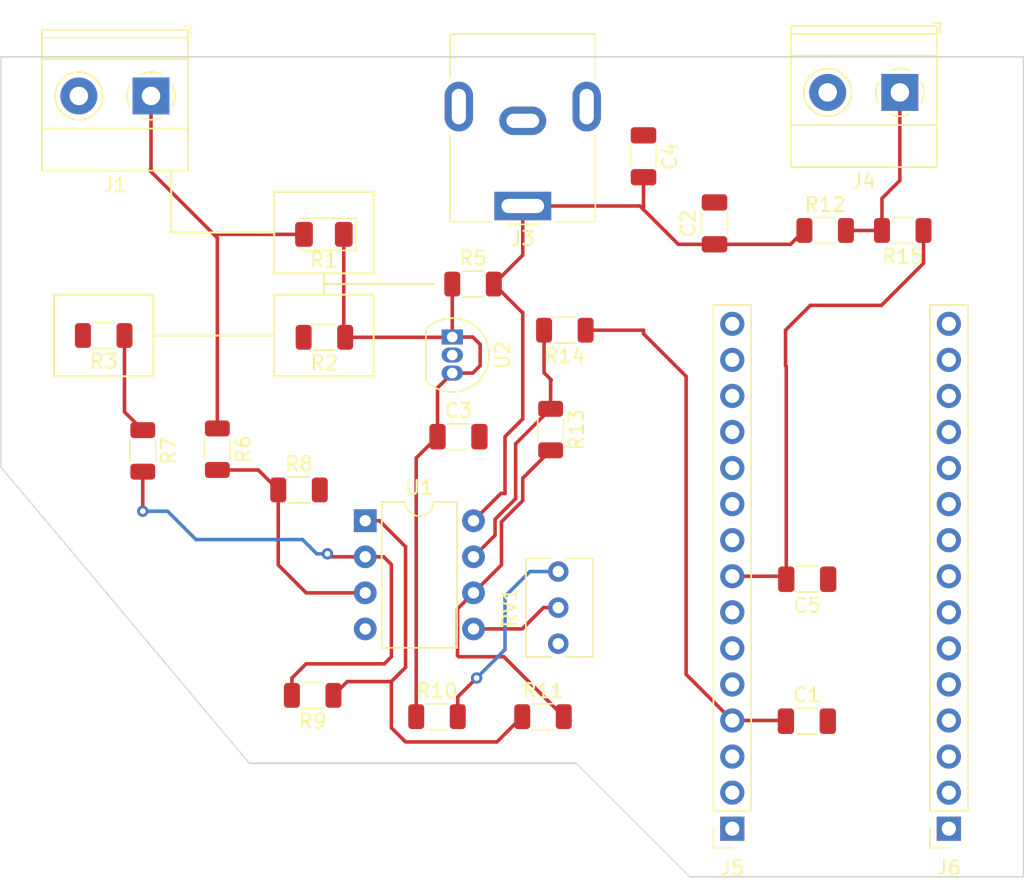
<source format=kicad_pcb>
(kicad_pcb (version 20221018) (generator pcbnew)
  (layers (0 "F.Cu" signal) (31 "B.Cu" signal) (34 "B.Paste" user) (35 "F.Paste" user) (36 "B.SilkS" user "B.Silkscreen") (37 "F.SilkS" user "F.Silkscreen") (38 "B.Mask" user) (39 "F.Mask" user) (44 "Edge.Cuts" user))
  (net 0 "")
  (net 1 "Offset Amp Out")
  (net 2 "GND")
  (net 3 "+5V")
  (net 4 "+2V5")
  (net 5 "Temperature Reading")
  (net 6 "Wheatstone_A")
  (net 7 "Net-(J4-Pin_1)")
  (net 35 "Wheatstone_B")
  (net 36 "Net-(U1A-+)")
  (net 37 "Net-(U1A--)")
  (net 38 "FG Amp Out")
  (net 39 "Net-(R10-Pad2)")
  (net 40 "Net-(U1B--)")
  (net 41 "Net-(R13-Pad1)")
  (net 42 "Net-(U1B-+)")
  (footprint "Resistor_SMD:R_1206_3216Metric" (layer "F.Cu") (at 134.2875 54.25 180)
    (fp_text reference "R2" (at 0 -1.82) (layer "F.SilkS"))
    (fp_text value "348")
    (fp_line (start -0.727064 -0.91) (end 0.727064 -0.91) (stroke (width 0.12)) (layer "F.SilkS"))
    (fp_line (start -0.727064 0.91) (end 0.727064 0.91) (stroke (width 0.12)) (layer "F.SilkS"))
    (pad "1" smd roundrect (at -1.4625 0 180) (size 1.125 1.75) (layers "F.Cu" "F.Paste" "F.Mask") (roundrect_rratio 0.222222) (net 4 "+2V5"))
    (pad "2" smd roundrect (at 1.4625 0 180) (size 1.125 1.75) (layers "F.Cu" "F.Paste" "F.Mask") (roundrect_rratio 0.222222) (net 35 "Wheatstone_B"))
  )
  (footprint "Resistor_SMD:R_1206_3216Metric" (layer "F.Cu") (at 144.75 50.5)
    (fp_text reference "R5" (at 0 -1.82) (layer "F.SilkS"))
    (fp_text value "110")
    (fp_line (start -0.727064 -0.91) (end 0.727064 -0.91) (stroke (width 0.12)) (layer "F.SilkS"))
    (fp_line (start -0.727064 0.91) (end 0.727064 0.91) (stroke (width 0.12)) (layer "F.SilkS"))
    (pad "1" smd roundrect (at -1.4625 0) (size 1.125 1.75) (layers "F.Cu" "F.Paste" "F.Mask") (roundrect_rratio 0.222222) (net 4 "+2V5"))
    (pad "2" smd roundrect (at 1.4625 0) (size 1.125 1.75) (layers "F.Cu" "F.Paste" "F.Mask") (roundrect_rratio 0.222222) (net 3 "+5V"))
  )
  (footprint "Capacitor_SMD:C_1206_3216Metric" (layer "F.Cu") (at 143.725 61.25)
    (fp_text reference "C3" (at 0 -1.85) (layer "F.SilkS"))
    (fp_text value "1uF")
    (fp_line (start -0.711252 -0.91) (end 0.711252 -0.91) (stroke (width 0.12)) (layer "F.SilkS"))
    (fp_line (start -0.711252 0.91) (end 0.711252 0.91) (stroke (width 0.12)) (layer "F.SilkS"))
    (pad "1" smd roundrect (at -1.475 0) (size 1.15 1.8) (layers "F.Cu" "F.Paste" "F.Mask") (roundrect_rratio 0.217391) (net 4 "+2V5"))
    (pad "2" smd roundrect (at 1.475 0) (size 1.15 1.8) (layers "F.Cu" "F.Paste" "F.Mask") (roundrect_rratio 0.217391) (net 2 "GND"))
  )
  (footprint "Capacitor_SMD:C_1206_3216Metric" (layer "F.Cu") (at 168.25 81.29)
    (fp_text reference "C1" (at 0 -1.85) (layer "F.SilkS"))
    (fp_text value "1uF")
    (fp_line (start -0.711252 -0.91) (end 0.711252 -0.91) (stroke (width 0.12)) (layer "F.SilkS"))
    (fp_line (start -0.711252 0.91) (end 0.711252 0.91) (stroke (width 0.12)) (layer "F.SilkS"))
    (pad "1" smd roundrect (at -1.475 0) (size 1.15 1.8) (layers "F.Cu" "F.Paste" "F.Mask") (roundrect_rratio 0.217391) (net 1 "Offset Amp Out"))
    (pad "2" smd roundrect (at 1.475 0) (size 1.15 1.8) (layers "F.Cu" "F.Paste" "F.Mask") (roundrect_rratio 0.217391) (net 2 "GND"))
  )
  (footprint "Resistor_SMD:R_1206_3216Metric" (layer "F.Cu") (at 151.2125 53.75 180)
    (fp_text reference "R14" (at 0 -1.82) (layer "F.SilkS"))
    (fp_text value "1.96k")
    (fp_line (start -0.727064 -0.91) (end 0.727064 -0.91) (stroke (width 0.12)) (layer "F.SilkS"))
    (fp_line (start -0.727064 0.91) (end 0.727064 0.91) (stroke (width 0.12)) (layer "F.SilkS"))
    (pad "1" smd roundrect (at -1.4625 0 180) (size 1.125 1.75) (layers "F.Cu" "F.Paste" "F.Mask") (roundrect_rratio 0.222222) (net 1 "Offset Amp Out"))
    (pad "2" smd roundrect (at 1.4625 0 180) (size 1.125 1.75) (layers "F.Cu" "F.Paste" "F.Mask") (roundrect_rratio 0.222222) (net 41 "Net-(R13-Pad1)"))
  )
  (footprint "Resistor_SMD:R_1206_3216Metric" (layer "F.Cu") (at 175 46.725 180)
    (fp_text reference "R15" (at 0 -1.82) (layer "F.SilkS"))
    (fp_text value "10k")
    (fp_line (start -0.727064 -0.91) (end 0.727064 -0.91) (stroke (width 0.12)) (layer "F.SilkS"))
    (fp_line (start -0.727064 0.91) (end 0.727064 0.91) (stroke (width 0.12)) (layer "F.SilkS"))
    (pad "1" smd roundrect (at -1.4625 0 180) (size 1.125 1.75) (layers "F.Cu" "F.Paste" "F.Mask") (roundrect_rratio 0.222222) (net 5 "Temperature Reading"))
    (pad "2" smd roundrect (at 1.4625 0 180) (size 1.125 1.75) (layers "F.Cu" "F.Paste" "F.Mask") (roundrect_rratio 0.222222) (net 7 "Net-(J4-Pin_1)"))
  )
  (footprint "Resistor_SMD:R_1206_3216Metric" (layer "F.Cu") (at 126.75 62.1325 -90)
    (fp_text reference "R6" (at 0 -1.82 90) (layer "F.SilkS"))
    (fp_text value "6.98k")
    (fp_line (start -0.727064 -0.91) (end 0.727064 -0.91) (stroke (width 0.12)) (layer "F.SilkS"))
    (fp_line (start -0.727064 0.91) (end 0.727064 0.91) (stroke (width 0.12)) (layer "F.SilkS"))
    (pad "1" smd roundrect (at -1.4625 0 270) (size 1.125 1.75) (layers "F.Cu" "F.Paste" "F.Mask") (roundrect_rratio 0.222222) (net 6 "Wheatstone_A"))
    (pad "2" smd roundrect (at 1.4625 0 270) (size 1.125 1.75) (layers "F.Cu" "F.Paste" "F.Mask") (roundrect_rratio 0.222222) (net 36 "Net-(U1A-+)"))
  )
  (footprint "Capacitor_SMD:C_1206_3216Metric" (layer "F.Cu") (at 161.75 46.225 90)
    (fp_text reference "C2" (at 0 -1.85 90) (layer "F.SilkS"))
    (fp_text value "100nF")
    (fp_line (start -0.711252 -0.91) (end 0.711252 -0.91) (stroke (width 0.12)) (layer "F.SilkS"))
    (fp_line (start -0.711252 0.91) (end 0.711252 0.91) (stroke (width 0.12)) (layer "F.SilkS"))
    (pad "1" smd roundrect (at -1.475 0 90) (size 1.15 1.8) (layers "F.Cu" "F.Paste" "F.Mask") (roundrect_rratio 0.217391) (net 3 "+5V"))
    (pad "2" smd roundrect (at 1.475 0 90) (size 1.15 1.8) (layers "F.Cu" "F.Paste" "F.Mask") (roundrect_rratio 0.217391) (net 2 "GND"))
  )
  (footprint "Capacitor_SMD:C_1206_3216Metric" (layer "F.Cu") (at 156.75 41.5 -90)
    (fp_text reference "C4" (at 0 -1.85 90) (layer "F.SilkS"))
    (fp_text value "220uF")
    (fp_line (start -0.711252 -0.91) (end 0.711252 -0.91) (stroke (width 0.12)) (layer "F.SilkS"))
    (fp_line (start -0.711252 0.91) (end 0.711252 0.91) (stroke (width 0.12)) (layer "F.SilkS"))
    (pad "1" smd roundrect (at -1.475 0 270) (size 1.15 1.8) (layers "F.Cu" "F.Paste" "F.Mask") (roundrect_rratio 0.217391) (net 2 "GND"))
    (pad "2" smd roundrect (at 1.475 0 270) (size 1.15 1.8) (layers "F.Cu" "F.Paste" "F.Mask") (roundrect_rratio 0.217391) (net 3 "+5V"))
  )
  (footprint "Resistor_SMD:R_1206_3216Metric" (layer "F.Cu") (at 121.5 62.25 -90)
    (fp_text reference "R7" (at 0 -1.82 90) (layer "F.SilkS"))
    (fp_text value "6.98k")
    (fp_line (start -0.727064 -0.91) (end 0.727064 -0.91) (stroke (width 0.12)) (layer "F.SilkS"))
    (fp_line (start -0.727064 0.91) (end 0.727064 0.91) (stroke (width 0.12)) (layer "F.SilkS"))
    (pad "1" smd roundrect (at -1.4625 0 270) (size 1.125 1.75) (layers "F.Cu" "F.Paste" "F.Mask") (roundrect_rratio 0.222222) (net 35 "Wheatstone_B"))
    (pad "2" smd roundrect (at 1.4625 0 270) (size 1.125 1.75) (layers "F.Cu" "F.Paste" "F.Mask") (roundrect_rratio 0.222222) (net 37 "Net-(U1A--)"))
  )
  (footprint "Connector_BarrelJack:BarrelJack_CUI_PJ-063AH_Horizontal" (layer "F.Cu") (at 148.25 45 180)
    (fp_text reference "J3" (at 0 -2.3) (layer "F.SilkS"))
    (fp_text value "+5V in")
    (fp_line (start -5.11 -1.11) (end -2.3 -1.11) (stroke (width 0.12)) (layer "F.SilkS"))
    (fp_line (start -5.11 4.95) (end -5.11 -1.11) (stroke (width 0.12)) (layer "F.SilkS"))
    (fp_line (start -5.11 12.11) (end -5.11 9.05) (stroke (width 0.12)) (layer "F.SilkS"))
    (fp_line (start -1 -1.3) (end 1 -1.3) (stroke (width 0.12)) (layer "F.SilkS"))
    (fp_line (start 2.3 -1.11) (end 5.11 -1.11) (stroke (width 0.12)) (layer "F.SilkS"))
    (fp_line (start 5.11 -1.11) (end 5.11 4.95) (stroke (width 0.12)) (layer "F.SilkS"))
    (fp_line (start 5.11 9.05) (end 5.11 12.11) (stroke (width 0.12)) (layer "F.SilkS"))
    (fp_line (start 5.11 12.11) (end -5.11 12.11) (stroke (width 0.12)) (layer "F.SilkS"))
    (pad "" np_thru_hole circle (at 0 9 180) (size 1.6 1.6) (drill 1.6) (layers "*.Cu" "*.Mask"))
    (pad "1" thru_hole rect (at 0 0 180) (size 4 2) (drill oval 3 1) (layers "*.Cu" "*.Mask") (net 3 "+5V"))
    (pad "2" thru_hole oval (at 0 6 180) (size 3.3 2) (drill oval 2.3 1) (layers "*.Cu" "*.Mask") (net 2 "GND"))
    (pad "MP" thru_hole oval (at -4.5 7 180) (size 2 3.5) (drill oval 1 2.5) (layers "*.Cu" "*.Mask"))
    (pad "MP" thru_hole oval (at 4.5 7 180) (size 2 3.5) (drill oval 1 2.5) (layers "*.Cu" "*.Mask"))
  )
  (footprint "Capacitor_SMD:C_1206_3216Metric" (layer "F.Cu") (at 168.275 71.29 180)
    (fp_text reference "C5" (at 0 -1.85) (layer "F.SilkS"))
    (fp_text value "10uF")
    (fp_line (start -0.711252 -0.91) (end 0.711252 -0.91) (stroke (width 0.12)) (layer "F.SilkS"))
    (fp_line (start -0.711252 0.91) (end 0.711252 0.91) (stroke (width 0.12)) (layer "F.SilkS"))
    (pad "1" smd roundrect (at -1.475 0 180) (size 1.15 1.8) (layers "F.Cu" "F.Paste" "F.Mask") (roundrect_rratio 0.217391) (net 2 "GND"))
    (pad "2" smd roundrect (at 1.475 0 180) (size 1.15 1.8) (layers "F.Cu" "F.Paste" "F.Mask") (roundrect_rratio 0.217391) (net 5 "Temperature Reading"))
  )
  (footprint "Resistor_SMD:R_1206_3216Metric" (layer "F.Cu") (at 142.2125 80.97)
    (fp_text reference "R10" (at 0 -1.82) (layer "F.SilkS"))
    (fp_text value "3k")
    (fp_line (start -0.727064 -0.91) (end 0.727064 -0.91) (stroke (width 0.12)) (layer "F.SilkS"))
    (fp_line (start -0.727064 0.91) (end 0.727064 0.91) (stroke (width 0.12)) (layer "F.SilkS"))
    (pad "1" smd roundrect (at -1.4625 0) (size 1.125 1.75) (layers "F.Cu" "F.Paste" "F.Mask") (roundrect_rratio 0.222222) (net 4 "+2V5"))
    (pad "2" smd roundrect (at 1.4625 0) (size 1.125 1.75) (layers "F.Cu" "F.Paste" "F.Mask") (roundrect_rratio 0.222222) (net 39 "Net-(R10-Pad2)"))
  )
  (footprint "Resistor_SMD:R_1206_3216Metric" (layer "F.Cu") (at 169.5375 46.725)
    (fp_text reference "R12" (at 0 -1.82) (layer "F.SilkS"))
    (fp_text value "348")
    (fp_line (start -0.727064 -0.91) (end 0.727064 -0.91) (stroke (width 0.12)) (layer "F.SilkS"))
    (fp_line (start -0.727064 0.91) (end 0.727064 0.91) (stroke (width 0.12)) (layer "F.SilkS"))
    (pad "1" smd roundrect (at -1.4625 0) (size 1.125 1.75) (layers "F.Cu" "F.Paste" "F.Mask") (roundrect_rratio 0.222222) (net 3 "+5V"))
    (pad "2" smd roundrect (at 1.4625 0) (size 1.125 1.75) (layers "F.Cu" "F.Paste" "F.Mask") (roundrect_rratio 0.222222) (net 7 "Net-(J4-Pin_1)"))
  )
  (footprint "Package_DIP:DIP-8_W7.62mm" (layer "F.Cu") (at 137.1625 67.17)
    (fp_text reference "U1" (at 3.81 -2.33) (layer "F.SilkS"))
    (fp_text value "LM358")
    (fp_line (start 1.16 -1.33) (end 1.16 8.95) (stroke (width 0.12)) (layer "F.SilkS"))
    (fp_line (start 1.16 8.95) (end 6.46 8.95) (stroke (width 0.12)) (layer "F.SilkS"))
    (fp_line (start 2.81 -1.33) (end 1.16 -1.33) (stroke (width 0.12)) (layer "F.SilkS"))
    (fp_line (start 6.46 -1.33) (end 4.81 -1.33) (stroke (width 0.12)) (layer "F.SilkS"))
    (fp_line (start 6.46 8.95) (end 6.46 -1.33) (stroke (width 0.12)) (layer "F.SilkS"))
    (fp_arc (start 4.81 -1.33) (mid 3.81 -0.33) (end 2.81 -1.33) (stroke (width 0.12)) (layer "F.SilkS"))
    (pad "1" thru_hole rect (at 0 0) (size 1.6 1.6) (drill 0.8) (layers "*.Cu" "*.Mask") (net 38 "FG Amp Out"))
    (pad "2" thru_hole oval (at 0 2.54) (size 1.6 1.6) (drill 0.8) (layers "*.Cu" "*.Mask") (net 37 "Net-(U1A--)"))
    (pad "3" thru_hole oval (at 0 5.08) (size 1.6 1.6) (drill 0.8) (layers "*.Cu" "*.Mask") (net 36 "Net-(U1A-+)"))
    (pad "4" thru_hole oval (at 0 7.62) (size 1.6 1.6) (drill 0.8) (layers "*.Cu" "*.Mask") (net 2 "GND"))
    (pad "5" thru_hole oval (at 7.62 7.62) (size 1.6 1.6) (drill 0.8) (layers "*.Cu" "*.Mask") (net 42 "Net-(U1B-+)"))
    (pad "6" thru_hole oval (at 7.62 5.08) (size 1.6 1.6) (drill 0.8) (layers "*.Cu" "*.Mask") (net 40 "Net-(U1B--)"))
    (pad "7" thru_hole oval (at 7.62 2.54) (size 1.6 1.6) (drill 0.8) (layers "*.Cu" "*.Mask") (net 41 "Net-(R13-Pad1)"))
    (pad "8" thru_hole oval (at 7.62 0) (size 1.6 1.6) (drill 0.8) (layers "*.Cu" "*.Mask") (net 3 "+5V"))
  )
  (footprint "LED_SMD:LED_1206_3216Metric" (layer "F.Cu") (at 134.25 47 180)
    (fp_text reference "R1" (at 0 -1.82) (layer "F.SilkS"))
    (fp_text value "348")
    (fp_line (start -2.285 -1.135) (end -2.285 1.135) (stroke (width 0.12)) (layer "F.SilkS"))
    (fp_line (start -2.285 1.135) (end 1.6 1.135) (stroke (width 0.12)) (layer "F.SilkS"))
    (fp_line (start 1.6 -1.135) (end -2.285 -1.135) (stroke (width 0.12)) (layer "F.SilkS"))
    (pad "1" smd roundrect (at -1.4 0 180) (size 1.25 1.75) (layers "F.Cu" "F.Paste" "F.Mask") (roundrect_rratio 0.2) (net 4 "+2V5"))
    (pad "2" smd roundrect (at 1.4 0 180) (size 1.25 1.75) (layers "F.Cu" "F.Paste" "F.Mask") (roundrect_rratio 0.2) (net 6 "Wheatstone_A"))
  )
  (footprint "Package_TO_SOT_THT:TO-92_Inline" (layer "F.Cu") (at 143.2875 54.23 -90)
    (fp_text reference "U2" (at 1.27 -3.56 90) (layer "F.SilkS"))
    (fp_text value "TL431LP")
    (fp_line (start -0.53 1.85) (end 3.07 1.85) (stroke (width 0.12)) (layer "F.SilkS"))
    (fp_arc (start -0.568478 1.838478) (mid -1.132087 -0.994977) (end 1.27 -2.6) (stroke (width 0.12)) (layer "F.SilkS"))
    (fp_arc (start 1.27 -2.6) (mid 3.672087 -0.994977) (end 3.108478 1.838478) (stroke (width 0.12)) (layer "F.SilkS"))
    (pad "1" thru_hole rect (at 0 0 270) (size 1.05 1.5) (drill 0.75) (layers "*.Cu" "*.Mask") (net 4 "+2V5"))
    (pad "2" thru_hole oval (at 1.27 0 270) (size 1.05 1.5) (drill 0.75) (layers "*.Cu" "*.Mask") (net 2 "GND"))
    (pad "3" thru_hole oval (at 2.54 0 270) (size 1.05 1.5) (drill 0.75) (layers "*.Cu" "*.Mask") (net 4 "+2V5"))
  )
  (footprint "Resistor_SMD:R_1206_3216Metric" (layer "F.Cu") (at 133.4625 79.47 180)
    (fp_text reference "R9" (at 0 -1.82) (layer "F.SilkS"))
    (fp_text value "348k")
    (fp_line (start -0.727064 -0.91) (end 0.727064 -0.91) (stroke (width 0.12)) (layer "F.SilkS"))
    (fp_line (start -0.727064 0.91) (end 0.727064 0.91) (stroke (width 0.12)) (layer "F.SilkS"))
    (pad "1" smd roundrect (at -1.4625 0 180) (size 1.125 1.75) (layers "F.Cu" "F.Paste" "F.Mask") (roundrect_rratio 0.222222) (net 38 "FG Amp Out"))
    (pad "2" smd roundrect (at 1.4625 0 180) (size 1.125 1.75) (layers "F.Cu" "F.Paste" "F.Mask") (roundrect_rratio 0.222222) (net 37 "Net-(U1A--)"))
  )
  (footprint "Resistor_SMD:R_1206_3216Metric" (layer "F.Cu") (at 150.2125 60.75 -90)
    (fp_text reference "R13" (at 0 -1.82 90) (layer "F.SilkS"))
    (fp_text value "348k")
    (fp_line (start -0.727064 -0.91) (end 0.727064 -0.91) (stroke (width 0.12)) (layer "F.SilkS"))
    (fp_line (start -0.727064 0.91) (end 0.727064 0.91) (stroke (width 0.12)) (layer "F.SilkS"))
    (pad "1" smd roundrect (at -1.4625 0 270) (size 1.125 1.75) (layers "F.Cu" "F.Paste" "F.Mask") (roundrect_rratio 0.222222) (net 41 "Net-(R13-Pad1)"))
    (pad "2" smd roundrect (at 1.4625 0 270) (size 1.125 1.75) (layers "F.Cu" "F.Paste" "F.Mask") (roundrect_rratio 0.222222) (net 40 "Net-(U1B--)"))
  )
  (footprint "TerminalBlock_Phoenix:TerminalBlock_Phoenix_MKDS-1,5-2-5.08_1x02_P5.08mm_Horizontal" (layer "F.Cu") (at 174.795 37 180)
    (fp_text reference "J4" (at 2.54 -6.26) (layer "F.SilkS"))
    (fp_text value "Thermistor In")
    (fp_line (start -2.84 4.16) (end -2.84 4.9) (stroke (width 0.12)) (layer "F.SilkS"))
    (fp_line (start -2.84 4.9) (end -2.34 4.9) (stroke (width 0.12)) (layer "F.SilkS"))
    (fp_line (start -2.6 -5.261) (end -2.6 4.66) (stroke (width 0.12)) (layer "F.SilkS"))
    (fp_line (start -2.6 -5.261) (end 7.68 -5.261) (stroke (width 0.12)) (layer "F.SilkS"))
    (fp_line (start -2.6 -2.301) (end 7.68 -2.301) (stroke (width 0.12)) (layer "F.SilkS"))
    (fp_line (start -2.6 2.6) (end 7.68 2.6) (stroke (width 0.12)) (layer "F.SilkS"))
    (fp_line (start -2.6 4.1) (end 7.68 4.1) (stroke (width 0.12)) (layer "F.SilkS"))
    (fp_line (start -2.6 4.66) (end 7.68 4.66) (stroke (width 0.12)) (layer "F.SilkS"))
    (fp_line (start 3.853 1.023) (end 3.806 1.069) (stroke (width 0.12)) (layer "F.SilkS"))
    (fp_line (start 4.046 1.239) (end 4.011 1.274) (stroke (width 0.12)) (layer "F.SilkS"))
    (fp_line (start 6.15 -1.275) (end 6.115 -1.239) (stroke (width 0.12)) (layer "F.SilkS"))
    (fp_line (start 6.355 -1.069) (end 6.308 -1.023) (stroke (width 0.12)) (layer "F.SilkS"))
    (fp_line (start 7.68 -5.261) (end 7.68 4.66) (stroke (width 0.12)) (layer "F.SilkS"))
    (fp_arc (start -1.535427 0.683042) (mid -1.680501 -0.000524) (end -1.535 -0.684) (stroke (width 0.12)) (layer "F.SilkS"))
    (fp_arc (start -0.683042 -1.535427) (mid 0.000524 -1.680501) (end 0.684 -1.535) (stroke (width 0.12)) (layer "F.SilkS"))
    (fp_arc (start 0.028805 1.680253) (mid -0.335551 1.646659) (end -0.684 1.535) (stroke (width 0.12)) (layer "F.SilkS"))
    (fp_arc (start 0.683318 1.534756) (mid 0.349292 1.643288) (end 0 1.68) (stroke (width 0.12)) (layer "F.SilkS"))
    (fp_arc (start 1.535427 -0.683042) (mid 1.680501 0.000524) (end 1.535 0.684) (stroke (width 0.12)) (layer "F.SilkS"))
    (fp_circle (center 5.08 0) (end 6.76 0) (stroke (width 0.12)) (fill none) (layer "F.SilkS"))
    (pad "1" thru_hole rect (at 0 0 180) (size 2.6 2.6) (drill 1.3) (layers "*.Cu" "*.Mask") (net 7 "Net-(J4-Pin_1)"))
    (pad "2" thru_hole circle (at 5.08 0 180) (size 2.6 2.6) (drill 1.3) (layers "*.Cu" "*.Mask") (net 2 "GND"))
  )
  (footprint "Connector_PinSocket_2.54mm:PinSocket_1x15_P2.54mm_Vertical" (layer "F.Cu") (at 163 88.86 180)
    (fp_text reference "J5" (at 0 -2.77) (layer "F.SilkS"))
    (fp_text value "Nano Rail A")
    (fp_line (start -1.33 1.27) (end -1.33 36.89) (stroke (width 0.12)) (layer "F.SilkS"))
    (fp_line (start -1.33 1.27) (end 1.33 1.27) (stroke (width 0.12)) (layer "F.SilkS"))
    (fp_line (start -1.33 36.89) (end 1.33 36.89) (stroke (width 0.12)) (layer "F.SilkS"))
    (fp_line (start 0 -1.33) (end 1.33 -1.33) (stroke (width 0.12)) (layer "F.SilkS"))
    (fp_line (start 1.33 -1.33) (end 1.33 0) (stroke (width 0.12)) (layer "F.SilkS"))
    (fp_line (start 1.33 1.27) (end 1.33 36.89) (stroke (width 0.12)) (layer "F.SilkS"))
    (pad "1" thru_hole rect (at 0 0 180) (size 1.7 1.7) (drill 1) (layers "*.Cu" "*.Mask"))
    (pad "2" thru_hole oval (at 0 2.54 180) (size 1.7 1.7) (drill 1) (layers "*.Cu" "*.Mask"))
    (pad "3" thru_hole oval (at 0 5.08 180) (size 1.7 1.7) (drill 1) (layers "*.Cu" "*.Mask"))
    (pad "4" thru_hole oval (at 0 7.62 180) (size 1.7 1.7) (drill 1) (layers "*.Cu" "*.Mask") (net 1 "Offset Amp Out"))
    (pad "5" thru_hole oval (at 0 10.16 180) (size 1.7 1.7) (drill 1) (layers "*.Cu" "*.Mask"))
    (pad "6" thru_hole oval (at 0 12.7 180) (size 1.7 1.7) (drill 1) (layers "*.Cu" "*.Mask"))
    (pad "7" thru_hole oval (at 0 15.24 180) (size 1.7 1.7) (drill 1) (layers "*.Cu" "*.Mask"))
    (pad "8" thru_hole oval (at 0 17.78 180) (size 1.7 1.7) (drill 1) (layers "*.Cu" "*.Mask") (net 5 "Temperature Reading"))
    (pad "9" thru_hole oval (at 0 20.32 180) (size 1.7 1.7) (drill 1) (layers "*.Cu" "*.Mask"))
    (pad "10" thru_hole oval (at 0 22.86 180) (size 1.7 1.7) (drill 1) (layers "*.Cu" "*.Mask"))
    (pad "11" thru_hole oval (at 0 25.4 180) (size 1.7 1.7) (drill 1) (layers "*.Cu" "*.Mask"))
    (pad "12" thru_hole oval (at 0 27.94 180) (size 1.7 1.7) (drill 1) (layers "*.Cu" "*.Mask"))
    (pad "13" thru_hole oval (at 0 30.48 180) (size 1.7 1.7) (drill 1) (layers "*.Cu" "*.Mask"))
    (pad "14" thru_hole oval (at 0 33.02 180) (size 1.7 1.7) (drill 1) (layers "*.Cu" "*.Mask") (net 2 "GND"))
    (pad "15" thru_hole oval (at 0 35.56 180) (size 1.7 1.7) (drill 1) (layers "*.Cu" "*.Mask"))
  )
  (footprint "Resistor_SMD:R_1206_3216Metric" (layer "F.Cu") (at 149.675 80.97)
    (fp_text reference "R11" (at 0 -1.82) (layer "F.SilkS"))
    (fp_text value "8.66k")
    (fp_line (start -0.727064 -0.91) (end 0.727064 -0.91) (stroke (width 0.12)) (layer "F.SilkS"))
    (fp_line (start -0.727064 0.91) (end 0.727064 0.91) (stroke (width 0.12)) (layer "F.SilkS"))
    (pad "1" smd roundrect (at -1.4625 0) (size 1.125 1.75) (layers "F.Cu" "F.Paste" "F.Mask") (roundrect_rratio 0.222222) (net 38 "FG Amp Out"))
    (pad "2" smd roundrect (at 1.4625 0) (size 1.125 1.75) (layers "F.Cu" "F.Paste" "F.Mask") (roundrect_rratio 0.222222) (net 40 "Net-(U1B--)"))
  )
  (footprint "Resistor_SMD:R_1206_3216Metric" (layer "F.Cu") (at 118.75 54.122427 180)
    (fp_text reference "R3" (at 0 -1.82) (layer "F.SilkS"))
    (fp_text value "348")
    (fp_line (start -0.727064 -0.91) (end 0.727064 -0.91) (stroke (width 0.12)) (layer "F.SilkS"))
    (fp_line (start -0.727064 0.91) (end 0.727064 0.91) (stroke (width 0.12)) (layer "F.SilkS"))
    (pad "1" smd roundrect (at -1.4625 0 180) (size 1.125 1.75) (layers "F.Cu" "F.Paste" "F.Mask") (roundrect_rratio 0.222222) (net 35 "Wheatstone_B"))
    (pad "2" smd roundrect (at 1.4625 0 180) (size 1.125 1.75) (layers "F.Cu" "F.Paste" "F.Mask") (roundrect_rratio 0.222222) (net 2 "GND"))
  )
  (footprint "TerminalBlock_Phoenix:TerminalBlock_Phoenix_MKDS-1,5-2-5.08_1x02_P5.08mm_Horizontal" (layer "F.Cu") (at 122.08 37.25 180)
    (fp_text reference "J1" (at 2.54 -6.26) (layer "F.SilkS"))
    (fp_text value "Strain Gauge")
    (fp_line (start -2.84 4.16) (end -2.84 4.9) (stroke (width 0.12)) (layer "F.SilkS"))
    (fp_line (start -2.84 4.9) (end -2.34 4.9) (stroke (width 0.12)) (layer "F.SilkS"))
    (fp_line (start -2.6 -5.261) (end -2.6 4.66) (stroke (width 0.12)) (layer "F.SilkS"))
    (fp_line (start -2.6 -5.261) (end 7.68 -5.261) (stroke (width 0.12)) (layer "F.SilkS"))
    (fp_line (start -2.6 -2.301) (end 7.68 -2.301) (stroke (width 0.12)) (layer "F.SilkS"))
    (fp_line (start -2.6 2.6) (end 7.68 2.6) (stroke (width 0.12)) (layer "F.SilkS"))
    (fp_line (start -2.6 4.1) (end 7.68 4.1) (stroke (width 0.12)) (layer "F.SilkS"))
    (fp_line (start -2.6 4.66) (end 7.68 4.66) (stroke (width 0.12)) (layer "F.SilkS"))
    (fp_line (start 3.853 1.023) (end 3.806 1.069) (stroke (width 0.12)) (layer "F.SilkS"))
    (fp_line (start 4.046 1.239) (end 4.011 1.274) (stroke (width 0.12)) (layer "F.SilkS"))
    (fp_line (start 6.15 -1.275) (end 6.115 -1.239) (stroke (width 0.12)) (layer "F.SilkS"))
    (fp_line (start 6.355 -1.069) (end 6.308 -1.023) (stroke (width 0.12)) (layer "F.SilkS"))
    (fp_line (start 7.68 -5.261) (end 7.68 4.66) (stroke (width 0.12)) (layer "F.SilkS"))
    (fp_arc (start -1.535427 0.683042) (mid -1.680501 -0.000524) (end -1.535 -0.684) (stroke (width 0.12)) (layer "F.SilkS"))
    (fp_arc (start -0.683042 -1.535427) (mid 0.000524 -1.680501) (end 0.684 -1.535) (stroke (width 0.12)) (layer "F.SilkS"))
    (fp_arc (start 0.028805 1.680253) (mid -0.335551 1.646659) (end -0.684 1.535) (stroke (width 0.12)) (layer "F.SilkS"))
    (fp_arc (start 0.683318 1.534756) (mid 0.349292 1.643288) (end 0 1.68) (stroke (width 0.12)) (layer "F.SilkS"))
    (fp_arc (start 1.535427 -0.683042) (mid 1.680501 0.000524) (end 1.535 0.684) (stroke (width 0.12)) (layer "F.SilkS"))
    (fp_circle (center 5.08 0) (end 6.76 0) (stroke (width 0.12)) (fill none) (layer "F.SilkS"))
    (pad "1" thru_hole rect (at 0 0 180) (size 2.6 2.6) (drill 1.3) (layers "*.Cu" "*.Mask") (net 6 "Wheatstone_A"))
    (pad "2" thru_hole circle (at 5.08 0 180) (size 2.6 2.6) (drill 1.3) (layers "*.Cu" "*.Mask") (net 2 "GND"))
  )
  (footprint "Connector_PinSocket_2.54mm:PinSocket_1x15_P2.54mm_Vertical" (layer "F.Cu") (at 178.2455 88.86 180)
    (fp_text reference "J6" (at 0 -2.77) (layer "F.SilkS"))
    (fp_text value "Nano Rail B")
    (fp_line (start -1.33 1.27) (end -1.33 36.89) (stroke (width 0.12)) (layer "F.SilkS"))
    (fp_line (start -1.33 1.27) (end 1.33 1.27) (stroke (width 0.12)) (layer "F.SilkS"))
    (fp_line (start -1.33 36.89) (end 1.33 36.89) (stroke (width 0.12)) (layer "F.SilkS"))
    (fp_line (start 0 -1.33) (end 1.33 -1.33) (stroke (width 0.12)) (layer "F.SilkS"))
    (fp_line (start 1.33 -1.33) (end 1.33 0) (stroke (width 0.12)) (layer "F.SilkS"))
    (fp_line (start 1.33 1.27) (end 1.33 36.89) (stroke (width 0.12)) (layer "F.SilkS"))
    (pad "1" thru_hole rect (at 0 0 180) (size 1.7 1.7) (drill 1) (layers "*.Cu" "*.Mask"))
    (pad "2" thru_hole oval (at 0 2.54 180) (size 1.7 1.7) (drill 1) (layers "*.Cu" "*.Mask"))
    (pad "3" thru_hole oval (at 0 5.08 180) (size 1.7 1.7) (drill 1) (layers "*.Cu" "*.Mask"))
    (pad "4" thru_hole oval (at 0 7.62 180) (size 1.7 1.7) (drill 1) (layers "*.Cu" "*.Mask"))
    (pad "5" thru_hole oval (at 0 10.16 180) (size 1.7 1.7) (drill 1) (layers "*.Cu" "*.Mask"))
    (pad "6" thru_hole oval (at 0 12.7 180) (size 1.7 1.7) (drill 1) (layers "*.Cu" "*.Mask"))
    (pad "7" thru_hole oval (at 0 15.24 180) (size 1.7 1.7) (drill 1) (layers "*.Cu" "*.Mask"))
    (pad "8" thru_hole oval (at 0 17.78 180) (size 1.7 1.7) (drill 1) (layers "*.Cu" "*.Mask"))
    (pad "9" thru_hole oval (at 0 20.32 180) (size 1.7 1.7) (drill 1) (layers "*.Cu" "*.Mask"))
    (pad "10" thru_hole oval (at 0 22.86 180) (size 1.7 1.7) (drill 1) (layers "*.Cu" "*.Mask"))
    (pad "11" thru_hole oval (at 0 25.4 180) (size 1.7 1.7) (drill 1) (layers "*.Cu" "*.Mask"))
    (pad "12" thru_hole oval (at 0 27.94 180) (size 1.7 1.7) (drill 1) (layers "*.Cu" "*.Mask"))
    (pad "13" thru_hole oval (at 0 30.48 180) (size 1.7 1.7) (drill 1) (layers "*.Cu" "*.Mask"))
    (pad "14" thru_hole oval (at 0 33.02 180) (size 1.7 1.7) (drill 1) (layers "*.Cu" "*.Mask"))
    (pad "15" thru_hole oval (at 0 35.56 180) (size 1.7 1.7) (drill 1) (layers "*.Cu" "*.Mask"))
  )
  (footprint "Potentiometer_THT:Potentiometer_Bourns_3266Y_Vertical" (layer "F.Cu") (at 150.75 70.75 90)
    (fp_text reference "RV1" (at -2.54 -3.41 90) (layer "F.SilkS"))
    (fp_text value "1k")
    (fp_line (start -6.015 -2.28) (end -6.015 -0.494) (stroke (width 0.12)) (layer "F.SilkS"))
    (fp_line (start -6.015 -2.28) (end 0.935 -2.28) (stroke (width 0.12)) (layer "F.SilkS"))
    (fp_line (start -6.015 0.496) (end -6.015 2.46) (stroke (width 0.12)) (layer "F.SilkS"))
    (fp_line (start -6.015 2.46) (end 0.935 2.46) (stroke (width 0.12)) (layer "F.SilkS"))
    (fp_line (start 0.935 -2.28) (end 0.935 -0.494) (stroke (width 0.12)) (layer "F.SilkS"))
    (fp_line (start 0.935 0.496) (end 0.935 2.46) (stroke (width 0.12)) (layer "F.SilkS"))
    (pad "1" thru_hole circle (at 0 0 90) (size 1.44 1.44) (drill 0.8) (layers "*.Cu" "*.Mask") (net 39 "Net-(R10-Pad2)"))
    (pad "2" thru_hole circle (at -2.54 0 90) (size 1.44 1.44) (drill 0.8) (layers "*.Cu" "*.Mask") (net 42 "Net-(U1B-+)"))
    (pad "3" thru_hole circle (at -5.08 0 90) (size 1.44 1.44) (drill 0.8) (layers "*.Cu" "*.Mask") (net 2 "GND"))
  )
  (footprint "Resistor_SMD:R_1206_3216Metric" (layer "F.Cu") (at 132.5 65)
    (fp_text reference "R8" (at 0 -1.82) (layer "F.SilkS"))
    (fp_text value "348k")
    (fp_line (start -0.727064 -0.91) (end 0.727064 -0.91) (stroke (width 0.12)) (layer "F.SilkS"))
    (fp_line (start -0.727064 0.91) (end 0.727064 0.91) (stroke (width 0.12)) (layer "F.SilkS"))
    (pad "1" smd roundrect (at -1.4625 0) (size 1.125 1.75) (layers "F.Cu" "F.Paste" "F.Mask") (roundrect_rratio 0.222222) (net 36 "Net-(U1A-+)"))
    (pad "2" smd roundrect (at 1.4625 0) (size 1.125 1.75) (layers "F.Cu" "F.Paste" "F.Mask") (roundrect_rratio 0.222222) (net 2 "GND"))
  )
  (gr_rect (start 130.75 44) (end 137.75 49.75) (stroke (width 0.15)) (fill none) (layer "F.SilkS"))
  (gr_rect (start 130.75 51.25) (end 137.75 57) (stroke (width 0.15)) (fill none) (layer "F.SilkS"))
  (gr_line (start 130.75 46.875) (end 123.505298 46.870864) (stroke (width 0.15)) (layer "F.SilkS"))
  (gr_line (start 134.25 49.75) (end 134.25 51.25) (stroke (width 0.15)) (layer "F.SilkS"))
  (gr_line (start 134.25 50.5) (end 142 50.5) (stroke (width 0.15)) (layer "F.SilkS"))
  (gr_line (start 130.75 54.125) (end 122.25 54.122427) (stroke (width 0.15)) (layer "F.SilkS"))
  (gr_rect (start 122.25 57) (end 115.25 51.25) (stroke (width 0.15)) (fill none) (layer "F.SilkS"))
  (gr_line (start 123.505298 46.870864) (end 123.5 42.5) (stroke (width 0.15)) (layer "F.SilkS"))
  (gr_line (start 129 84.25) (end 152 84.25) (stroke (width 0.1)) (layer "Edge.Cuts"))
  (gr_line (start 152 84.25) (end 160 92.25) (stroke (width 0.1)) (layer "Edge.Cuts"))
  (gr_line (start 111.5 63.375) (end 129 84.25) (stroke (width 0.1)) (layer "Edge.Cuts"))
  (gr_line (start 160 92.25) (end 183.5 92.25) (stroke (width 0.1)) (layer "Edge.Cuts"))
  (gr_line (start 111.5 34.5) (end 111.5 63.375) (stroke (width 0.1)) (layer "Edge.Cuts"))
  (gr_line (start 183.5 92.25) (end 183.5 34.5) (stroke (width 0.1)) (layer "Edge.Cuts"))
  (gr_line (start 183.5 34.5) (end 111.5 34.5) (stroke (width 0.1)) (layer "Edge.Cuts"))
  (segment (start 156.75 53.75) (end 152.675 53.75) (width 0.25) (layer "F.Cu") (net 1))
  (segment (start 166.725 81.24) (end 166.775 81.29) (width 0.25) (layer "F.Cu") (net 1))
  (segment (start 159.75 77.99) (end 159.75 57) (width 0.25) (layer "F.Cu") (net 1))
  (segment (start 163 81.24) (end 166.725 81.24) (width 0.25) (layer "F.Cu") (net 1))
  (segment (start 163 81.24) (end 159.75 77.99) (width 0.25) (layer "F.Cu") (net 1))
  (segment (start 159.75 57) (end 156.75 54) (width 0.25) (layer "F.Cu") (net 1))
  (segment (start 156.75 54) (end 156.75 53.75) (width 0.25) (layer "F.Cu") (net 1))
  (segment (start 146.7025 65.25) (end 144.7825 67.17) (width 0.25) (layer "F.Cu") (net 3))
  (segment (start 167.1 47.7) (end 161.75 47.7) (width 0.25) (layer "F.Cu") (net 3))
  (segment (start 148.25 48.4625) (end 146.2125 50.5) (width 0.25) (layer "F.Cu") (net 3))
  (segment (start 161.75 47.7) (end 159.2 47.7) (width 0.25) (layer "F.Cu") (net 3))
  (segment (start 168.075 46.725) (end 167.1 47.7) (width 0.25) (layer "F.Cu") (net 3))
  (segment (start 148.25 60) (end 147 61.25) (width 0.25) (layer "F.Cu") (net 3))
  (segment (start 147 61.25) (end 147 65.25) (width 0.25) (layer "F.Cu") (net 3))
  (segment (start 156.75 42.975) (end 156.75 45.25) (width 0.25) (layer "F.Cu") (net 3))
  (segment (start 146.2125 50.5) (end 148.2125 52.5) (width 0.25) (layer "F.Cu") (net 3))
  (segment (start 148.2125 52.5) (end 148.25 52.5) (width 0.25) (layer "F.Cu") (net 3))
  (segment (start 147 65.25) (end 146.7025 65.25) (width 0.25) (layer "F.Cu") (net 3))
  (segment (start 148.25 45) (end 156.5 45) (width 0.25) (layer "F.Cu") (net 3))
  (segment (start 148.25 52.5) (end 148.25 60) (width 0.25) (layer "F.Cu") (net 3))
  (segment (start 159.2 47.7) (end 156.75 45.25) (width 0.25) (layer "F.Cu") (net 3))
  (segment (start 148.25 45) (end 148.25 48.4625) (width 0.25) (layer "F.Cu") (net 3))
  (segment (start 156.5 45) (end 156.75 45.25) (width 0.25) (layer "F.Cu") (net 3))
  (segment (start 140.75 80.97) (end 140.75 62.75) (width 0.25) (layer "F.Cu") (net 4))
  (segment (start 135.75 54.25) (end 143.2675 54.25) (width 0.25) (layer "F.Cu") (net 4))
  (segment (start 143.2675 54.25) (end 143.2875 54.23) (width 0.25) (layer "F.Cu") (net 4))
  (segment (start 145.25 54.75) (end 144.73 54.23) (width 0.25) (layer "F.Cu") (net 4))
  (segment (start 135.65 47) (end 135.65 54.15) (width 0.25) (layer "F.Cu") (net 4))
  (segment (start 142.25 61.25) (end 142.25 57.8075) (width 0.25) (layer "F.Cu") (net 4))
  (segment (start 143.2875 56.77) (end 144.73 56.77) (width 0.25) (layer "F.Cu") (net 4))
  (segment (start 142.25 57.8075) (end 143.2875 56.77) (width 0.25) (layer "F.Cu") (net 4))
  (segment (start 143.2875 54.23) (end 143.2875 50.5) (width 0.25) (layer "F.Cu") (net 4))
  (segment (start 144.73 56.77) (end 145.25 56.25) (width 0.25) (layer "F.Cu") (net 4))
  (segment (start 145.25 56.25) (end 145.25 54.75) (width 0.25) (layer "F.Cu") (net 4))
  (segment (start 144.73 54.23) (end 143.2875 54.23) (width 0.25) (layer "F.Cu") (net 4))
  (segment (start 135.65 54.15) (end 135.75 54.25) (width 0.25) (layer "F.Cu") (net 4))
  (segment (start 140.75 62.75) (end 142.25 61.25) (width 0.25) (layer "F.Cu") (net 4))
  (segment (start 176.4625 46.725) (end 176.4625 49.0375) (width 0.25) (layer "F.Cu") (net 5))
  (segment (start 168.5 52) (end 166.75 53.75) (width 0.25) (layer "F.Cu") (net 5))
  (segment (start 166.8 56.3) (end 166.8 71.29) (width 0.25) (layer "F.Cu") (net 5))
  (segment (start 166.75 56.25) (end 166.8 56.3) (width 0.25) (layer "F.Cu") (net 5))
  (segment (start 176.4625 49.0375) (end 173.5 52) (width 0.25) (layer "F.Cu") (net 5))
  (segment (start 166.59 71.08) (end 166.8 71.29) (width 0.25) (layer "F.Cu") (net 5))
  (segment (start 173.5 52) (end 168.5 52) (width 0.25) (layer "F.Cu") (net 5))
  (segment (start 166.75 53.75) (end 166.75 56.25) (width 0.25) (layer "F.Cu") (net 5))
  (segment (start 163 71.08) (end 166.59 71.08) (width 0.25) (layer "F.Cu") (net 5))
  (segment (start 132.85 47) (end 126.5 47) (width 0.25) (layer "F.Cu") (net 6))
  (segment (start 122 42.5) (end 122.08 42.42) (width 0.25) (layer "F.Cu") (net 6))
  (segment (start 126.75 60.67) (end 126.75 47.25) (width 0.25) (layer "F.Cu") (net 6))
  (segment (start 122.08 42.42) (end 122.08 37.25) (width 0.25) (layer "F.Cu") (net 6))
  (segment (start 126.5 47) (end 122 42.5) (width 0.25) (layer "F.Cu") (net 6))
  (segment (start 126.75 47.25) (end 126.5 47) (width 0.25) (layer "F.Cu") (net 6))
  (segment (start 173.5375 44.4625) (end 174.795 43.205) (width 0.25) (layer "F.Cu") (net 7))
  (segment (start 173.5375 46.725) (end 173.5375 44.4625) (width 0.25) (layer "F.Cu") (net 7))
  (segment (start 173.5375 46.725) (end 171 46.725) (width 0.25) (layer "F.Cu") (net 7))
  (segment (start 174.795 43.205) (end 174.795 37) (width 0.25) (layer "F.Cu") (net 7))
  (segment (start 120.2125 54.122427) (end 120.2125 59.5) (width 0.25) (layer "F.Cu") (net 35))
  (segment (start 120.2125 59.5) (end 121.5 60.7875) (width 0.25) (layer "F.Cu") (net 35))
  (segment (start 131.0375 65) (end 131.0375 70.2875) (width 0.25) (layer "F.Cu") (net 36))
  (segment (start 131.0375 70.2875) (end 133 72.25) (width 0.25) (layer "F.Cu") (net 36))
  (segment (start 126.75 63.595) (end 129.6325 63.595) (width 0.25) (layer "F.Cu") (net 36))
  (segment (start 133 72.25) (end 137.1625 72.25) (width 0.25) (layer "F.Cu") (net 36))
  (segment (start 129.6325 63.595) (end 131.0375 65) (width 0.25) (layer "F.Cu") (net 36))
  (segment (start 121.5 63.7125) (end 121.5 66.5) (width 0.25) (layer "F.Cu") (net 37))
  (segment (start 138.5 77.25) (end 133 77.25) (width 0.25) (layer "F.Cu") (net 37))
  (segment (start 134.71 69.71) (end 134.5 69.5) (width 0.25) (layer "F.Cu") (net 37))
  (segment (start 137.1625 69.71) (end 138.46 69.71) (width 0.25) (layer "F.Cu") (net 37))
  (segment (start 139 70.25) (end 139 76.75) (width 0.25) (layer "F.Cu") (net 37))
  (segment (start 139 76.75) (end 138.5 77.25) (width 0.25) (layer "F.Cu") (net 37))
  (segment (start 132 78.25) (end 132 79.47) (width 0.25) (layer "F.Cu") (net 37))
  (segment (start 133 77.25) (end 132 78.25) (width 0.25) (layer "F.Cu") (net 37))
  (segment (start 138.46 69.71) (end 139 70.25) (width 0.25) (layer "F.Cu") (net 37))
  (segment (start 137.1625 69.71) (end 134.71 69.71) (width 0.25) (layer "F.Cu") (net 37))
  (via (at 134.5 69.5) (size 0.8) (drill 0.4) (layers "F.Cu" "B.Cu") (net 37))
  (via (at 121.5 66.5) (size 0.8) (drill 0.4) (layers "F.Cu" "B.Cu") (net 37))
  (segment (start 121.5 66.5) (end 123.25 66.5) (width 0.25) (layer "B.Cu") (net 37))
  (segment (start 125.25 68.5) (end 132.75 68.5) (width 0.25) (layer "B.Cu") (net 37))
  (segment (start 132.75 68.5) (end 133.75 69.5) (width 0.25) (layer "B.Cu") (net 37))
  (segment (start 133.75 69.5) (end 134.5 69.5) (width 0.25) (layer "B.Cu") (net 37))
  (segment (start 123.25 66.5) (end 125.25 68.5) (width 0.25) (layer "B.Cu") (net 37))
  (segment (start 139 81.75) (end 139 78.5) (width 0.25) (layer "F.Cu") (net 38))
  (segment (start 146.4325 82.75) (end 140 82.75) (width 0.25) (layer "F.Cu") (net 38))
  (segment (start 138.17 67.17) (end 140 69) (width 0.25) (layer "F.Cu") (net 38))
  (segment (start 140 82.75) (end 139 81.75) (width 0.25) (layer "F.Cu") (net 38))
  (segment (start 140 77.5) (end 139 78.5) (width 0.25) (layer "F.Cu") (net 38))
  (segment (start 139 78.5) (end 135.895 78.5) (width 0.25) (layer "F.Cu") (net 38))
  (segment (start 148.2125 80.97) (end 146.4325 82.75) (width 0.25) (layer "F.Cu") (net 38))
  (segment (start 135.895 78.5) (end 134.925 79.47) (width 0.25) (layer "F.Cu") (net 38))
  (segment (start 137.1625 67.17) (end 138.17 67.17) (width 0.25) (layer "F.Cu") (net 38))
  (segment (start 140 69) (end 140 77.5) (width 0.25) (layer "F.Cu") (net 38))
  (segment (start 143.675 80.97) (end 143.675 79.575) (width 0.25) (layer "F.Cu") (net 39))
  (segment (start 143.675 79.575) (end 145 78.25) (width 0.25) (layer "F.Cu") (net 39))
  (via (at 145 78.25) (size 0.8) (drill 0.4) (layers "F.Cu" "B.Cu") (net 39))
  (segment (start 147 72.5) (end 148.75 70.75) (width 0.25) (layer "B.Cu") (net 39))
  (segment (start 147 76.25) (end 147 72.5) (width 0.25) (layer "B.Cu") (net 39))
  (segment (start 148.75 70.75) (end 150.75 70.75) (width 0.25) (layer "B.Cu") (net 39))
  (segment (start 145 78.25) (end 147 76.25) (width 0.25) (layer "B.Cu") (net 39))
  (segment (start 146.9175 76.75) (end 151.1375 80.97) (width 0.25) (layer "F.Cu") (net 40))
  (segment (start 150.2125 62.2125) (end 148.25 64.175) (width 0.25) (layer "F.Cu") (net 40))
  (segment (start 148.25 65.75) (end 146.75 67.25) (width 0.25) (layer "F.Cu") (net 40))
  (segment (start 146.75 70.2825) (end 144.7825 72.25) (width 0.25) (layer "F.Cu") (net 40))
  (segment (start 144.7825 72.25) (end 143.6575 73.375) (width 0.25) (layer "F.Cu") (net 40))
  (segment (start 146.75 67.25) (end 146.75 70.2825) (width 0.25) (layer "F.Cu") (net 40))
  (segment (start 148.25 64.175) (end 148.25 65.75) (width 0.25) (layer "F.Cu") (net 40))
  (segment (start 143.75 76.75) (end 146.9175 76.75) (width 0.25) (layer "F.Cu") (net 40))
  (segment (start 143.6575 76.6575) (end 143.75 76.75) (width 0.25) (layer "F.Cu") (net 40))
  (segment (start 143.6575 73.375) (end 143.6575 76.6575) (width 0.25) (layer "F.Cu") (net 40))
  (segment (start 150.25 57.25) (end 150.2125 57.2875) (width 0.25) (layer "F.Cu") (net 41))
  (segment (start 149.75 56.75) (end 150.25 57.25) (width 0.25) (layer "F.Cu") (net 41))
  (segment (start 150.2125 59.2875) (end 147.75 61.75) (width 0.25) (layer "F.Cu") (net 41))
  (segment (start 150.2125 57.2875) (end 150.2125 59.2875) (width 0.25) (layer "F.Cu") (net 41))
  (segment (start 147.75 65.613604) (end 146.3 67.063604) (width 0.25) (layer "F.Cu") (net 41))
  (segment (start 149.75 53.75) (end 149.75 56.75) (width 0.25) (layer "F.Cu") (net 41))
  (segment (start 146.3 68.1925) (end 144.7825 69.71) (width 0.25) (layer "F.Cu") (net 41))
  (segment (start 147.75 61.75) (end 147.75 65.613604) (width 0.25) (layer "F.Cu") (net 41))
  (segment (start 146.3 67.063604) (end 146.3 68.1925) (width 0.25) (layer "F.Cu") (net 41))
  (segment (start 149.71 73.29) (end 148.21 74.79) (width 0.25) (layer "F.Cu") (net 42))
  (segment (start 148.21 74.79) (end 144.7825 74.79) (width 0.25) (layer "F.Cu") (net 42))
  (segment (start 150.75 73.29) (end 149.71 73.29) (width 0.25) (layer "F.Cu") (net 42))
)
</source>
